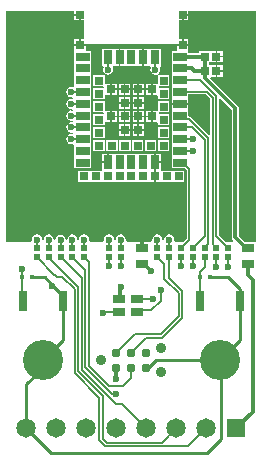
<source format=gtl>
G04*
G04 #@! TF.GenerationSoftware,Altium Limited,Altium Designer,21.6.4 (81)*
G04*
G04 Layer_Physical_Order=1*
G04 Layer_Color=255*
%FSLAX44Y44*%
%MOMM*%
G71*
G04*
G04 #@! TF.SameCoordinates,F5FF2EED-A301-45B2-9F22-88543F1AE188*
G04*
G04*
G04 #@! TF.FilePolarity,Positive*
G04*
G01*
G75*
%ADD10C,0.2540*%
%ADD15R,0.5500X0.5200*%
%ADD16R,1.0200X0.6400*%
%ADD17R,0.7000X0.7000*%
%ADD18R,1.1500X0.7000*%
%ADD19R,0.7000X1.1500*%
%ADD20R,0.7000X0.7000*%
%ADD22R,0.8000X1.7000*%
%ADD23R,0.3600X0.3500*%
%ADD24R,0.7800X0.7400*%
%ADD25R,1.0000X0.8000*%
%ADD41C,0.7900*%
%ADD42C,0.1520*%
%ADD43C,0.3500*%
%ADD44C,0.9000*%
%ADD45C,1.6500*%
%ADD46R,1.6500X1.6500*%
%ADD47C,3.4000*%
%ADD48C,0.6000*%
G36*
X215922Y200000D02*
X206355D01*
X201079Y205275D01*
Y313250D01*
X200845Y314428D01*
X200177Y315427D01*
X200177Y315427D01*
X176748Y338857D01*
X177234Y340030D01*
X181288D01*
Y345000D01*
Y349970D01*
X175329D01*
Y352030D01*
X181288D01*
Y357000D01*
Y361970D01*
X167080D01*
Y360079D01*
X158270D01*
Y361770D01*
X158270Y361770D01*
Y362230D01*
X158270D01*
X158270Y363040D01*
Y366238D01*
X153500D01*
X148730D01*
Y362230D01*
X147651Y361770D01*
X144230D01*
Y352230D01*
X144230D01*
Y351770D01*
X144230D01*
Y342230D01*
X144230D01*
Y341770D01*
X144230D01*
Y332230D01*
X144230D01*
Y331770D01*
X144230D01*
Y323040D01*
X144230Y322230D01*
X144230Y320960D01*
Y317762D01*
X151250D01*
X158270D01*
Y320960D01*
X158270Y321770D01*
X158270Y323040D01*
Y324930D01*
X173143D01*
X176890Y321183D01*
Y290833D01*
X175620Y290307D01*
X160203Y305723D01*
X159532Y306172D01*
X158740Y306330D01*
X158270D01*
Y310960D01*
X158270Y311770D01*
X158270Y313040D01*
Y316238D01*
X151250D01*
X144230D01*
Y313040D01*
X144230Y312230D01*
X144230Y310960D01*
Y303040D01*
X144230Y302230D01*
X144230D01*
Y301770D01*
X144230D01*
Y293040D01*
X144230Y292230D01*
X144230Y290960D01*
Y283040D01*
X144230Y282230D01*
X144230Y280960D01*
Y273040D01*
X144230Y272230D01*
X144230Y270960D01*
Y262230D01*
X155343D01*
X156930Y260643D01*
Y202857D01*
X154073Y200000D01*
X147210D01*
X146208Y201270D01*
X146354Y202000D01*
X146022Y203666D01*
X145078Y205079D01*
X143666Y206022D01*
X142000Y206354D01*
X140334Y206022D01*
X138921Y205079D01*
X137978Y203666D01*
X137646Y202000D01*
X137000Y201460D01*
X136354Y202000D01*
X136022Y203666D01*
X135078Y205079D01*
X133666Y206022D01*
X132000Y206354D01*
X130334Y206022D01*
X128921Y205079D01*
X127978Y203666D01*
X127646Y202000D01*
X127792Y201270D01*
X126790Y200000D01*
X106210D01*
X105208Y201270D01*
X105354Y202000D01*
X105022Y203666D01*
X104079Y205079D01*
X102666Y206022D01*
X101000Y206354D01*
X99334Y206022D01*
X97921Y205079D01*
X96978Y203666D01*
X96646Y202000D01*
X96000Y201460D01*
X95354Y202000D01*
X95022Y203666D01*
X94079Y205079D01*
X92666Y206022D01*
X91000Y206354D01*
X89334Y206022D01*
X87921Y205079D01*
X86978Y203666D01*
X86646Y202000D01*
X86792Y201270D01*
X85790Y200000D01*
X75210D01*
X74208Y201270D01*
X74354Y202000D01*
X74022Y203666D01*
X73078Y205079D01*
X71666Y206022D01*
X70000Y206354D01*
X68334Y206022D01*
X66922Y205079D01*
X65978Y203666D01*
X65646Y202000D01*
X65000Y201460D01*
X64354Y202000D01*
X64022Y203666D01*
X63078Y205079D01*
X61666Y206022D01*
X60000Y206354D01*
X58334Y206022D01*
X56922Y205079D01*
X55978Y203666D01*
X55646Y202000D01*
X55000Y201460D01*
X54354Y202000D01*
X54022Y203666D01*
X53078Y205079D01*
X51666Y206022D01*
X50000Y206354D01*
X48334Y206022D01*
X46922Y205079D01*
X45978Y203666D01*
X45646Y202000D01*
X45000Y201460D01*
X44354Y202000D01*
X44022Y203666D01*
X43078Y205079D01*
X41666Y206022D01*
X40000Y206354D01*
X38334Y206022D01*
X36922Y205079D01*
X35978Y203666D01*
X35646Y202000D01*
X35000Y201460D01*
X34354Y202000D01*
X34022Y203666D01*
X33078Y205079D01*
X31666Y206022D01*
X30000Y206354D01*
X28334Y206022D01*
X26922Y205079D01*
X25978Y203666D01*
X25646Y202000D01*
X25792Y201270D01*
X24790Y200000D01*
X4078D01*
X4078Y395922D01*
X61730D01*
Y393262D01*
X66500D01*
Y392500D01*
X67262D01*
Y387730D01*
X70000D01*
Y371770D01*
X67262D01*
Y367762D01*
X71270D01*
Y368000D01*
X148730D01*
Y367762D01*
X152738D01*
Y371770D01*
X150000D01*
Y387730D01*
X152738D01*
Y392500D01*
X153500D01*
Y393262D01*
X158270D01*
Y395922D01*
X215922D01*
Y200000D01*
D02*
G37*
G36*
X194921Y311975D02*
Y204000D01*
X195155Y202822D01*
X195823Y201823D01*
X196472Y201173D01*
X195986Y200000D01*
X189777D01*
X184070Y205707D01*
Y321166D01*
X185243Y321652D01*
X194921Y311975D01*
D02*
G37*
%LPC*%
G36*
X158270Y391738D02*
X154262D01*
Y387730D01*
X158270D01*
Y391738D01*
D02*
G37*
G36*
X65738Y391738D02*
X61730D01*
Y387730D01*
X65738D01*
Y391738D01*
D02*
G37*
G36*
X158270Y371770D02*
X154262D01*
Y367762D01*
X158270D01*
Y371770D01*
D02*
G37*
G36*
X65738D02*
X61730D01*
Y367762D01*
X65738D01*
Y371770D01*
D02*
G37*
G36*
X125230Y363270D02*
X123960Y363270D01*
X120762D01*
Y356250D01*
Y349230D01*
X123960D01*
X124770Y349230D01*
X125745D01*
X126424Y347960D01*
X126228Y347666D01*
X125896Y346000D01*
X126228Y344334D01*
X127171Y342921D01*
X128584Y341978D01*
X130250Y341646D01*
X131619Y341919D01*
X131739Y341942D01*
X132415Y341375D01*
X132730Y340994D01*
X132730Y340198D01*
Y334996D01*
X132020Y334020D01*
X131460Y334020D01*
X128012D01*
Y329250D01*
Y324480D01*
X131460D01*
X132020Y324480D01*
X132730Y323504D01*
Y320730D01*
X142270D01*
Y330270D01*
X133788D01*
X133365Y331000D01*
X133788Y331730D01*
X142270D01*
Y341270D01*
X133886Y341270D01*
X133612D01*
X133128Y341319D01*
X132758Y342540D01*
X133329Y342921D01*
X134272Y344334D01*
X134604Y346000D01*
X134272Y347666D01*
X134076Y347960D01*
X134755Y349230D01*
X134770D01*
Y363270D01*
X125230Y363270D01*
D02*
G37*
G36*
X115230D02*
X113960Y363270D01*
X106040D01*
X105230Y363270D01*
X103960Y363270D01*
X100762D01*
Y356250D01*
Y349230D01*
X103960D01*
X104770Y349230D01*
X106040Y349230D01*
X113960D01*
X114770Y349230D01*
X116040Y349230D01*
X119238D01*
Y356250D01*
Y363270D01*
X116040D01*
X115230Y363270D01*
D02*
G37*
G36*
X187220Y361970D02*
X182812D01*
Y357762D01*
X187220D01*
Y361970D01*
D02*
G37*
G36*
Y356238D02*
X182812D01*
Y352030D01*
X187220D01*
Y356238D01*
D02*
G37*
G36*
X95230Y363270D02*
X93960Y363270D01*
X85230D01*
Y349230D01*
X85745D01*
X86424Y347960D01*
X86228Y347666D01*
X85896Y346000D01*
X86228Y344334D01*
X87171Y342921D01*
X88584Y341978D01*
X90250Y341646D01*
X91916Y341978D01*
X93329Y342921D01*
X94272Y344334D01*
X94604Y346000D01*
X94272Y347666D01*
X94076Y347960D01*
X94755Y349230D01*
X96040Y349230D01*
X99238D01*
Y356250D01*
Y363270D01*
X96040D01*
X95230Y363270D01*
D02*
G37*
G36*
X187220Y349970D02*
X182812D01*
Y345762D01*
X187220D01*
Y349970D01*
D02*
G37*
G36*
Y344238D02*
X182812D01*
Y340030D01*
X187220D01*
Y344238D01*
D02*
G37*
G36*
X71270Y366238D02*
X66500D01*
X61730D01*
Y363040D01*
X61730Y361770D01*
X61730Y360960D01*
Y353040D01*
X61730Y352230D01*
X61730Y350960D01*
Y343040D01*
X61730Y342230D01*
X61730Y340960D01*
Y333040D01*
X61730Y331770D01*
X60460Y331113D01*
X59250Y331354D01*
X57584Y331022D01*
X56171Y330079D01*
X55228Y328666D01*
X54896Y327000D01*
X55228Y325334D01*
X56171Y323922D01*
X57584Y322978D01*
X59250Y322646D01*
X59523Y322701D01*
X60410Y322000D01*
X59523Y321299D01*
X59250Y321354D01*
X57584Y321022D01*
X56171Y320079D01*
X55228Y318666D01*
X54896Y317000D01*
X55228Y315334D01*
X56171Y313922D01*
X57584Y312978D01*
X59250Y312646D01*
X59523Y312701D01*
X60410Y312000D01*
X59523Y311299D01*
X59250Y311354D01*
X57584Y311022D01*
X56171Y310079D01*
X55228Y308666D01*
X54896Y307000D01*
X55228Y305334D01*
X56171Y303922D01*
X57584Y302978D01*
X59250Y302646D01*
X59523Y302701D01*
X60410Y302000D01*
X59523Y301299D01*
X59250Y301354D01*
X57584Y301022D01*
X56171Y300079D01*
X55228Y298666D01*
X54896Y297000D01*
X55228Y295334D01*
X56171Y293922D01*
X57584Y292978D01*
X59250Y292646D01*
X59523Y292701D01*
X60410Y292000D01*
X59523Y291299D01*
X59250Y291354D01*
X57584Y291022D01*
X56171Y290079D01*
X55228Y288666D01*
X54896Y287000D01*
X55228Y285334D01*
X56171Y283922D01*
X57584Y282978D01*
X59250Y282646D01*
X60460Y282887D01*
X61730Y282230D01*
X61730Y280960D01*
Y273040D01*
X61730Y272230D01*
X61730Y270960D01*
Y262230D01*
X75770D01*
Y270960D01*
X75770Y271770D01*
X75770Y273040D01*
Y280960D01*
X75770Y281770D01*
X75770Y283040D01*
Y290960D01*
X75770Y291770D01*
X75770Y293040D01*
Y300960D01*
X75770Y301770D01*
X75770Y303040D01*
Y310960D01*
X75770Y311770D01*
X75770Y313040D01*
Y320960D01*
X75770Y321770D01*
X75770Y323040D01*
Y330960D01*
X75770Y331770D01*
X75770Y333040D01*
Y340960D01*
X75770Y341770D01*
X75770Y343040D01*
Y350960D01*
X75770Y351770D01*
X75770Y353040D01*
Y361770D01*
X72350D01*
X71270Y362230D01*
X71270Y363040D01*
Y366238D01*
D02*
G37*
G36*
X120520Y334020D02*
X116512D01*
Y330012D01*
X120520D01*
Y334020D01*
D02*
G37*
G36*
X93512D02*
Y330012D01*
X97520D01*
Y334020D01*
X93512D01*
D02*
G37*
G36*
X109020D02*
X105012D01*
Y330012D01*
X109020D01*
Y334020D01*
D02*
G37*
G36*
X126488D02*
X122480D01*
Y330012D01*
X126488D01*
Y334020D01*
D02*
G37*
G36*
X114988D02*
X110980D01*
Y330012D01*
X114988D01*
Y334020D01*
D02*
G37*
G36*
X103488D02*
X99480D01*
Y330012D01*
X103488D01*
Y334020D01*
D02*
G37*
G36*
X120520Y328488D02*
X116512D01*
Y324480D01*
X120520D01*
Y328488D01*
D02*
G37*
G36*
X114988D02*
X110980D01*
Y324480D01*
X114988D01*
Y328488D01*
D02*
G37*
G36*
X109020D02*
X105012D01*
Y324480D01*
X109020D01*
Y328488D01*
D02*
G37*
G36*
X103488D02*
X99480D01*
Y324480D01*
X103488D01*
Y328488D01*
D02*
G37*
G36*
X97520D02*
X93512D01*
Y324480D01*
X97520D01*
Y328488D01*
D02*
G37*
G36*
X126488D02*
X122480D01*
Y324480D01*
X126488D01*
Y328488D01*
D02*
G37*
G36*
X87270Y341270D02*
X77730D01*
Y331730D01*
X86212D01*
X86635Y331000D01*
X86212Y330270D01*
X77730D01*
Y320730D01*
X87270D01*
Y323504D01*
X87980Y324480D01*
X88540Y324480D01*
X91988D01*
Y329250D01*
Y334020D01*
X88540D01*
X87980Y334020D01*
X87270Y334996D01*
Y341270D01*
D02*
G37*
G36*
X120520Y322520D02*
X116512D01*
Y318512D01*
X120520D01*
Y322520D01*
D02*
G37*
G36*
X109020D02*
X105012D01*
Y318512D01*
X109020D01*
Y322520D01*
D02*
G37*
G36*
X114988D02*
X110980D01*
Y318512D01*
X114988D01*
Y322520D01*
D02*
G37*
G36*
X103488D02*
X99480D01*
Y318512D01*
X103488D01*
Y322520D01*
D02*
G37*
G36*
X115750Y317750D02*
D01*
D01*
D01*
D02*
G37*
G36*
X120520Y316988D02*
X116512D01*
Y312980D01*
X120520D01*
Y316988D01*
D02*
G37*
G36*
X114988D02*
X110980D01*
Y312980D01*
X114988D01*
Y316988D01*
D02*
G37*
G36*
X109020D02*
X105012D01*
Y312980D01*
X109020D01*
Y316988D01*
D02*
G37*
G36*
X103488D02*
X99480D01*
Y312980D01*
X103488D01*
Y316988D01*
D02*
G37*
G36*
X120520Y311020D02*
X116512D01*
Y307012D01*
X120520D01*
Y311020D01*
D02*
G37*
G36*
X93512D02*
Y307012D01*
X97520D01*
Y311020D01*
X93512D01*
D02*
G37*
G36*
X109020D02*
X105012D01*
Y307012D01*
X109020D01*
Y311020D01*
D02*
G37*
G36*
X126488D02*
X122480D01*
Y307012D01*
X126488D01*
Y311020D01*
D02*
G37*
G36*
X114988D02*
X110980D01*
Y307012D01*
X114988D01*
Y311020D01*
D02*
G37*
G36*
X103488D02*
X99480D01*
Y307012D01*
X103488D01*
Y311020D01*
D02*
G37*
G36*
X120520Y305488D02*
X116512D01*
Y301480D01*
X120520D01*
Y305488D01*
D02*
G37*
G36*
X114988D02*
X110980D01*
Y301480D01*
X114988D01*
Y305488D01*
D02*
G37*
G36*
X109020D02*
X105012D01*
Y301480D01*
X109020D01*
Y305488D01*
D02*
G37*
G36*
X103488D02*
X99480D01*
Y301480D01*
X103488D01*
Y305488D01*
D02*
G37*
G36*
X97520D02*
X93512D01*
Y301480D01*
X97520D01*
Y305488D01*
D02*
G37*
G36*
X126488D02*
X122480D01*
Y301480D01*
X126488D01*
Y305488D01*
D02*
G37*
G36*
X142270Y319270D02*
X132730D01*
Y311996D01*
X132020Y311020D01*
X131460Y311020D01*
X128012D01*
Y306250D01*
Y301480D01*
X131460D01*
X132020Y301480D01*
X132730Y300504D01*
Y298730D01*
X142270D01*
Y308270D01*
X133788D01*
X133365Y309000D01*
X133788Y309730D01*
X142270D01*
Y319270D01*
D02*
G37*
G36*
X87270D02*
X77730D01*
Y309730D01*
X86212D01*
X86635Y309000D01*
X86212Y308270D01*
X77730D01*
Y298730D01*
X87270D01*
Y300504D01*
X87980Y301480D01*
X88540Y301480D01*
X91988D01*
Y306250D01*
Y311020D01*
X88540D01*
X87980Y311020D01*
X87270Y311996D01*
Y319270D01*
D02*
G37*
G36*
X120520Y299520D02*
X116512D01*
Y295512D01*
X120520D01*
Y299520D01*
D02*
G37*
G36*
X109020D02*
X105012D01*
Y295512D01*
X109020D01*
Y299520D01*
D02*
G37*
G36*
X114988D02*
X110980D01*
Y295512D01*
X114988D01*
Y299520D01*
D02*
G37*
G36*
X103488D02*
X99480D01*
Y295512D01*
X103488D01*
Y299520D01*
D02*
G37*
G36*
X115750Y294750D02*
D01*
D01*
D01*
D02*
G37*
G36*
X120520Y293988D02*
X116512D01*
Y289980D01*
X120520D01*
Y293988D01*
D02*
G37*
G36*
X114988D02*
X110980D01*
Y289980D01*
X114988D01*
Y293988D01*
D02*
G37*
G36*
X109020D02*
X105012D01*
Y289980D01*
X109020D01*
Y293988D01*
D02*
G37*
G36*
X103488D02*
X99480D01*
Y289980D01*
X103488D01*
Y293988D01*
D02*
G37*
G36*
X142270Y297270D02*
X132730D01*
Y287730D01*
X142270D01*
Y297270D01*
D02*
G37*
G36*
X87270D02*
X77730D01*
Y287730D01*
X87270D01*
Y297270D01*
D02*
G37*
G36*
X142270Y286270D02*
X132730D01*
Y276730D01*
X142270D01*
Y286270D01*
D02*
G37*
G36*
X131270D02*
X121730D01*
Y276730D01*
X131270D01*
Y286270D01*
D02*
G37*
G36*
X120270D02*
X110730D01*
Y276730D01*
X120270D01*
Y286270D01*
D02*
G37*
G36*
X109270D02*
X99730D01*
Y276730D01*
X109270D01*
Y286270D01*
D02*
G37*
G36*
X98270D02*
X88730D01*
Y276730D01*
X98270D01*
Y286270D01*
D02*
G37*
G36*
X87270D02*
X77730D01*
Y276730D01*
X87270D01*
Y286270D01*
D02*
G37*
G36*
X125230Y274770D02*
X123960Y274770D01*
X116040D01*
X115230Y274770D01*
X113960Y274770D01*
X106040D01*
X105230Y274770D01*
X103960Y274770D01*
X96040D01*
X95230Y274770D01*
X93960Y274770D01*
X90762D01*
Y267750D01*
X90000D01*
Y266988D01*
X85230D01*
Y261349D01*
X84908Y260593D01*
X84151Y260270D01*
X83960D01*
X76040D01*
X75230Y260270D01*
X73960Y260270D01*
X65230D01*
Y250730D01*
X73960D01*
X74770Y250730D01*
X76040Y250730D01*
X83960D01*
X84770Y250730D01*
X86040Y250730D01*
X93960D01*
X94770Y250730D01*
X96040Y250730D01*
X103960D01*
X104770Y250730D01*
X106040Y250730D01*
X113960D01*
X114770Y250730D01*
X116040Y250730D01*
X123960D01*
X124770Y250730D01*
X126040Y250730D01*
X129238D01*
Y255500D01*
X130762D01*
Y250730D01*
X133960D01*
X134770Y250730D01*
X136040Y250730D01*
X143960D01*
X144770Y250730D01*
X146040Y250730D01*
X154770D01*
Y260270D01*
X146040D01*
X145230Y260270D01*
X143960Y260270D01*
X135850D01*
X135093Y260593D01*
X134770Y261349D01*
Y261540D01*
Y266988D01*
X130000D01*
Y267750D01*
X129238D01*
Y274770D01*
X125230D01*
D02*
G37*
G36*
X89238Y274770D02*
X85230D01*
Y268512D01*
X89238D01*
Y274770D01*
D02*
G37*
G36*
X130762D02*
Y268512D01*
X134770D01*
Y274770D01*
X130762D01*
D02*
G37*
%LPD*%
D10*
X127000Y175030D02*
Y175050D01*
X26200Y170000D02*
X36500D01*
X52000Y117357D02*
Y150000D01*
X35000Y100357D02*
X52000Y117357D01*
X35000Y100000D02*
Y100357D01*
Y93443D02*
Y100000D01*
X21100Y79543D02*
X35000Y93443D01*
X21100Y42200D02*
Y79543D01*
X130500Y100000D02*
X185000D01*
X124150Y93650D02*
X130500Y100000D01*
X122700Y93650D02*
X124150D01*
X185000Y100000D02*
Y100357D01*
X202000Y117357D01*
Y150000D01*
X192000Y170000D02*
X202000Y160000D01*
X176200Y170000D02*
X192000D01*
X202000Y150000D02*
Y160000D01*
X21100Y42200D02*
X42300Y21000D01*
X174000D01*
X186000Y33000D01*
Y99000D01*
X185000Y100000D02*
X186000Y99000D01*
X120900Y181150D02*
X127000Y175050D01*
X119000Y181150D02*
X120900D01*
X36500Y170000D02*
X43000Y163500D01*
Y163000D02*
Y163500D01*
Y163000D02*
X43500D01*
X52000Y154500D01*
Y150000D02*
Y154500D01*
D15*
X40000Y187000D02*
D03*
Y195000D02*
D03*
X152000D02*
D03*
Y187000D02*
D03*
X132000Y195000D02*
D03*
Y187000D02*
D03*
X142000Y195000D02*
D03*
Y187000D02*
D03*
X70000Y195000D02*
D03*
Y187000D02*
D03*
X162000D02*
D03*
Y195000D02*
D03*
X30000Y187000D02*
D03*
Y195000D02*
D03*
X101000Y187000D02*
D03*
Y195000D02*
D03*
X60000Y187000D02*
D03*
Y195000D02*
D03*
X172000Y187000D02*
D03*
Y195000D02*
D03*
X91000Y187000D02*
D03*
Y195000D02*
D03*
X50000Y187000D02*
D03*
Y195000D02*
D03*
X182000D02*
D03*
Y187000D02*
D03*
X192000Y195000D02*
D03*
Y187000D02*
D03*
D16*
X209000Y194850D02*
D03*
Y181150D02*
D03*
X119000Y181150D02*
D03*
Y194850D02*
D03*
D17*
X66500Y367000D02*
D03*
Y392500D02*
D03*
X153500D02*
D03*
Y367000D02*
D03*
X137500Y281500D02*
D03*
Y292500D02*
D03*
Y303500D02*
D03*
Y314500D02*
D03*
Y325500D02*
D03*
X82500D02*
D03*
Y314500D02*
D03*
Y303500D02*
D03*
Y292500D02*
D03*
Y281500D02*
D03*
X93500D02*
D03*
X104500D02*
D03*
X115500D02*
D03*
X126500D02*
D03*
X70000Y255500D02*
D03*
X80000D02*
D03*
X90000D02*
D03*
X100000D02*
D03*
X110000D02*
D03*
X120000D02*
D03*
X130000D02*
D03*
X140000D02*
D03*
X150000D02*
D03*
X137500Y336500D02*
D03*
X82500D02*
D03*
D18*
X151250Y267000D02*
D03*
Y277000D02*
D03*
Y287000D02*
D03*
Y297000D02*
D03*
Y307000D02*
D03*
Y317000D02*
D03*
Y327000D02*
D03*
Y337000D02*
D03*
Y347000D02*
D03*
Y357000D02*
D03*
X68750D02*
D03*
Y347000D02*
D03*
Y337000D02*
D03*
Y327000D02*
D03*
Y317000D02*
D03*
Y307000D02*
D03*
Y297000D02*
D03*
Y287000D02*
D03*
Y277000D02*
D03*
Y267000D02*
D03*
D19*
X90000Y356250D02*
D03*
X100000D02*
D03*
X110000D02*
D03*
X120000D02*
D03*
X130000D02*
D03*
Y267750D02*
D03*
X120000D02*
D03*
X110000D02*
D03*
X100000D02*
D03*
X90000D02*
D03*
D20*
X127250Y329250D02*
D03*
X115750D02*
D03*
X104250D02*
D03*
X92750D02*
D03*
Y306250D02*
D03*
X104250Y317750D02*
D03*
X115750D02*
D03*
Y294750D02*
D03*
X127250Y306250D02*
D03*
X115750D02*
D03*
X104250D02*
D03*
Y294750D02*
D03*
D22*
X52000Y150000D02*
D03*
X18000D02*
D03*
X202000D02*
D03*
X168000D02*
D03*
D23*
X17800Y170000D02*
D03*
X26200D02*
D03*
X167800D02*
D03*
X176200D02*
D03*
D24*
X172250Y357000D02*
D03*
X182050D02*
D03*
Y345000D02*
D03*
X172250D02*
D03*
D25*
X99500Y140500D02*
D03*
X114500D02*
D03*
Y151500D02*
D03*
X99500D02*
D03*
D41*
X122700Y106350D02*
D03*
Y93650D02*
D03*
X110000Y106350D02*
D03*
Y93650D02*
D03*
X97300Y106350D02*
D03*
Y93650D02*
D03*
D42*
Y62700D02*
X102200D01*
X122700Y42200D01*
X93650Y71250D02*
X97250D01*
X68040Y91960D02*
X97300Y62700D01*
X68040Y91960D02*
Y169110D01*
X71080Y93820D02*
X93650Y71250D01*
X74120Y95079D02*
Y183030D01*
Y95079D02*
X91199Y78000D01*
X103000D01*
X152000Y180000D02*
Y187000D01*
X135384Y150384D02*
Y159330D01*
X151961Y180024D02*
X151985Y180000D01*
X152000D01*
X116000Y142000D02*
X127000D01*
X135384Y150384D01*
X115000Y152000D02*
X128000D01*
X114500Y151500D02*
X115000Y152000D01*
X182000Y179000D02*
Y187000D01*
X162000Y180000D02*
Y187000D01*
X192000Y179000D02*
Y187000D01*
X86000Y140000D02*
X86500Y140500D01*
X99500D01*
X59250Y287000D02*
X68750D01*
X66500Y367000D02*
Y392500D01*
X130000Y255500D02*
Y267750D01*
X114500Y140500D02*
X116000Y142000D01*
X136259Y118960D02*
X153040Y135741D01*
X130259Y118960D02*
X136259D01*
X112950Y122000D02*
X135000D01*
X150000Y137000D02*
Y157000D01*
X135000Y122000D02*
X150000Y137000D01*
X153040Y135741D02*
Y141741D01*
X175040Y197890D02*
Y287960D01*
X163990Y196990D02*
X172000Y205000D01*
X158740Y304260D02*
X175040Y287960D01*
X161701Y297000D02*
X172000Y286701D01*
X151250Y307000D02*
X153990Y304260D01*
X158740D01*
X172150Y195000D02*
X175040Y197890D01*
X172000Y205000D02*
Y286701D01*
Y195000D02*
X172150D01*
X182000Y204850D02*
X191850Y195000D01*
X178960Y198040D02*
X180010Y196990D01*
X174000Y327000D02*
X178960Y322040D01*
X168299Y337000D02*
X182000Y323299D01*
X180010Y196840D02*
Y196990D01*
X182000Y204850D02*
Y323299D01*
X178960Y198040D02*
Y322040D01*
X181850Y195000D02*
X182000D01*
X180010Y196840D02*
X181850Y195000D01*
X151250Y327000D02*
X174000D01*
X151250Y337000D02*
X168299D01*
X159000Y202000D02*
Y261500D01*
X152000Y195000D02*
X152150D01*
X153990Y196840D01*
Y196990D01*
X159000Y202000D01*
X151250Y297000D02*
X161701D01*
X162150Y195000D02*
X163990Y196840D01*
Y196990D01*
X162000Y195000D02*
X162150D01*
X191850D02*
X192000D01*
X151250Y277000D02*
X162250D01*
X151250Y287000D02*
X162250D01*
X153500Y267000D02*
X159000Y261500D01*
X151250Y267000D02*
X153500D01*
X59250Y327000D02*
X68750D01*
X59250Y307000D02*
X68750D01*
X70000Y195000D02*
Y202000D01*
X60000Y195000D02*
Y202000D01*
X50000Y195000D02*
Y202000D01*
X40000Y195000D02*
Y202000D01*
X30000Y195000D02*
Y202000D01*
X59250Y297000D02*
X68750D01*
X59250Y317000D02*
X68750D01*
X101000Y195000D02*
X101000Y195000D01*
X101000Y195000D02*
Y202000D01*
X91000Y195000D02*
X91000Y195000D01*
X91000Y195000D02*
Y202000D01*
X90000Y346250D02*
X90250Y346000D01*
X90000Y346250D02*
Y356250D01*
X130000Y346250D02*
X130250Y346000D01*
X130000Y346250D02*
Y356250D01*
X132000Y195000D02*
Y202000D01*
X142000Y195000D02*
Y202000D01*
X167800Y150200D02*
Y170000D01*
Y150200D02*
X168000Y150000D01*
X152000Y187000D02*
X152250Y186750D01*
X167800Y174800D02*
X172000Y179000D01*
Y187000D01*
X167800Y170000D02*
Y174800D01*
X17800Y170000D02*
Y177000D01*
X132000Y187000D02*
X138000Y181000D01*
X142000Y169299D02*
Y187000D01*
X138000Y169000D02*
Y181000D01*
X142000Y169299D02*
X152000Y159299D01*
X153040Y158259D01*
X138000Y169000D02*
X150000Y157000D01*
X153040Y141741D02*
Y158259D01*
X122610Y118960D02*
X130259D01*
X110000Y106350D02*
X122610Y118960D01*
X97300Y106350D02*
X112950Y122000D01*
X110000Y85000D02*
Y93650D01*
X103000Y78000D02*
X110000Y85000D01*
X50000Y187000D02*
X50150D01*
X41990Y185010D02*
Y185160D01*
X40150Y187000D02*
X41990Y185160D01*
X40000Y187000D02*
X40150D01*
X70000D02*
X70150D01*
X61990Y185010D02*
Y185160D01*
X60150Y187000D02*
X61990Y185160D01*
X60000Y187000D02*
X60150D01*
X61990Y185010D02*
X71080Y175920D01*
X50150Y187000D02*
X68040Y169110D01*
X71080Y93820D02*
Y175920D01*
X41990Y185010D02*
X65000Y162000D01*
X70150Y187000D02*
X74120Y183030D01*
X44848Y172302D02*
X45422D01*
X30150Y187000D02*
X44848Y172302D01*
X30000Y187000D02*
X30150D01*
X65000Y90701D02*
Y162000D01*
Y90701D02*
X86040Y69661D01*
X83000Y32000D02*
X88000Y27000D01*
X86040Y33259D02*
Y69661D01*
X88000Y27000D02*
X158300D01*
X173500Y42200D01*
X89259Y30040D02*
X135940D01*
X148100Y42200D01*
X86040Y33259D02*
X89259Y30040D01*
X61960Y89040D02*
X83000Y68000D01*
Y32000D02*
Y68000D01*
X51598Y170362D02*
X61960Y160000D01*
X47362Y170362D02*
X51598D01*
X61960Y89040D02*
Y160000D01*
X45422Y172302D02*
X47362Y170362D01*
X17800Y150200D02*
Y170000D01*
Y150200D02*
X18000Y150000D01*
X91000Y180000D02*
Y187000D01*
X101000Y180000D02*
Y187000D01*
D43*
X100698Y152698D02*
Y161668D01*
X99500Y151500D02*
X100698Y152698D01*
Y161668D02*
X101000Y161970D01*
X172250Y339000D02*
X198000Y313250D01*
Y204000D02*
Y313250D01*
X207100Y194850D02*
X209000D01*
X205650Y196300D02*
X207100Y194850D01*
X205650Y196300D02*
Y196350D01*
X198000Y204000D02*
X205650Y196350D01*
X172250Y339000D02*
Y345000D01*
X97000Y84000D02*
Y93350D01*
X97300Y93650D01*
X209000Y172000D02*
X213000Y168000D01*
X209000Y172000D02*
Y181150D01*
X213000Y56300D02*
Y168000D01*
X198900Y42200D02*
X213000Y56300D01*
X151250Y357000D02*
X172250D01*
X163250Y345000D02*
X172250D01*
X161250Y347000D02*
X163250Y345000D01*
X151250Y347000D02*
X161250D01*
X172250Y345000D02*
Y357000D01*
X119000Y194850D02*
Y203000D01*
D44*
X135400Y89840D02*
D03*
Y110160D02*
D03*
X84600Y100000D02*
D03*
D45*
X21100Y42200D02*
D03*
X46500D02*
D03*
X148100D02*
D03*
X173500D02*
D03*
X122700D02*
D03*
X97300D02*
D03*
X71900D02*
D03*
D46*
X198900D02*
D03*
D47*
X35000Y100000D02*
D03*
X185000D02*
D03*
D48*
X97250Y71250D02*
D03*
X113000Y338000D02*
D03*
X103000D02*
D03*
X81000Y268000D02*
D03*
X139000D02*
D03*
X122000Y345000D02*
D03*
X93000Y338000D02*
D03*
Y318000D02*
D03*
X126000Y296000D02*
D03*
X94000Y295000D02*
D03*
X21000Y204000D02*
D03*
X109000Y215000D02*
D03*
X190000Y206000D02*
D03*
X8000Y215000D02*
D03*
Y204000D02*
D03*
X81000Y205000D02*
D03*
X115000Y204000D02*
D03*
X123000D02*
D03*
X212000D02*
D03*
Y215000D02*
D03*
Y227000D02*
D03*
Y242000D02*
D03*
Y257000D02*
D03*
Y272000D02*
D03*
Y287000D02*
D03*
Y302000D02*
D03*
Y317000D02*
D03*
Y332000D02*
D03*
Y347000D02*
D03*
Y362000D02*
D03*
Y377000D02*
D03*
Y392000D02*
D03*
X203000D02*
D03*
Y377000D02*
D03*
Y362000D02*
D03*
Y347000D02*
D03*
Y332000D02*
D03*
Y317000D02*
D03*
X188000Y392000D02*
D03*
Y377000D02*
D03*
Y332000D02*
D03*
Y302000D02*
D03*
Y287000D02*
D03*
Y272000D02*
D03*
Y257000D02*
D03*
Y242000D02*
D03*
Y227000D02*
D03*
X173000Y392000D02*
D03*
Y377000D02*
D03*
Y317000D02*
D03*
Y302000D02*
D03*
X158000Y377000D02*
D03*
X143000Y242000D02*
D03*
Y227000D02*
D03*
X128000Y317000D02*
D03*
Y227000D02*
D03*
X113000Y242000D02*
D03*
X98000D02*
D03*
Y227000D02*
D03*
X83000Y242000D02*
D03*
Y227000D02*
D03*
X53000Y392000D02*
D03*
Y377000D02*
D03*
Y362000D02*
D03*
Y347000D02*
D03*
Y332000D02*
D03*
Y302000D02*
D03*
Y272000D02*
D03*
Y257000D02*
D03*
Y242000D02*
D03*
X38000Y392000D02*
D03*
Y377000D02*
D03*
Y362000D02*
D03*
Y347000D02*
D03*
Y332000D02*
D03*
Y317000D02*
D03*
Y302000D02*
D03*
Y287000D02*
D03*
Y272000D02*
D03*
Y257000D02*
D03*
Y242000D02*
D03*
Y227000D02*
D03*
X23000Y392000D02*
D03*
Y377000D02*
D03*
Y362000D02*
D03*
Y347000D02*
D03*
Y332000D02*
D03*
Y317000D02*
D03*
Y302000D02*
D03*
Y287000D02*
D03*
Y272000D02*
D03*
Y257000D02*
D03*
Y242000D02*
D03*
Y227000D02*
D03*
X8000Y392000D02*
D03*
Y377000D02*
D03*
Y362000D02*
D03*
Y347000D02*
D03*
Y332000D02*
D03*
Y317000D02*
D03*
Y302000D02*
D03*
Y287000D02*
D03*
Y272000D02*
D03*
Y257000D02*
D03*
Y242000D02*
D03*
Y227000D02*
D03*
X86000Y140000D02*
D03*
X101000Y161970D02*
D03*
X127000Y175030D02*
D03*
X135384Y159330D02*
D03*
X151961Y180024D02*
D03*
X128000Y152000D02*
D03*
X182000Y179000D02*
D03*
X162000Y180000D02*
D03*
X192000Y179000D02*
D03*
X59250Y287000D02*
D03*
X162250Y277000D02*
D03*
Y287000D02*
D03*
X59250Y327000D02*
D03*
X70000Y202000D02*
D03*
X60000D02*
D03*
X50000D02*
D03*
X40000D02*
D03*
X30000D02*
D03*
X59250Y297000D02*
D03*
Y307000D02*
D03*
Y317000D02*
D03*
X101000Y202000D02*
D03*
X91000D02*
D03*
X90250Y346000D02*
D03*
X130250D02*
D03*
X132000Y202000D02*
D03*
X142000D02*
D03*
X17800Y177000D02*
D03*
X97000Y84000D02*
D03*
X91000Y180000D02*
D03*
X101000D02*
D03*
X43000Y163000D02*
D03*
M02*

</source>
